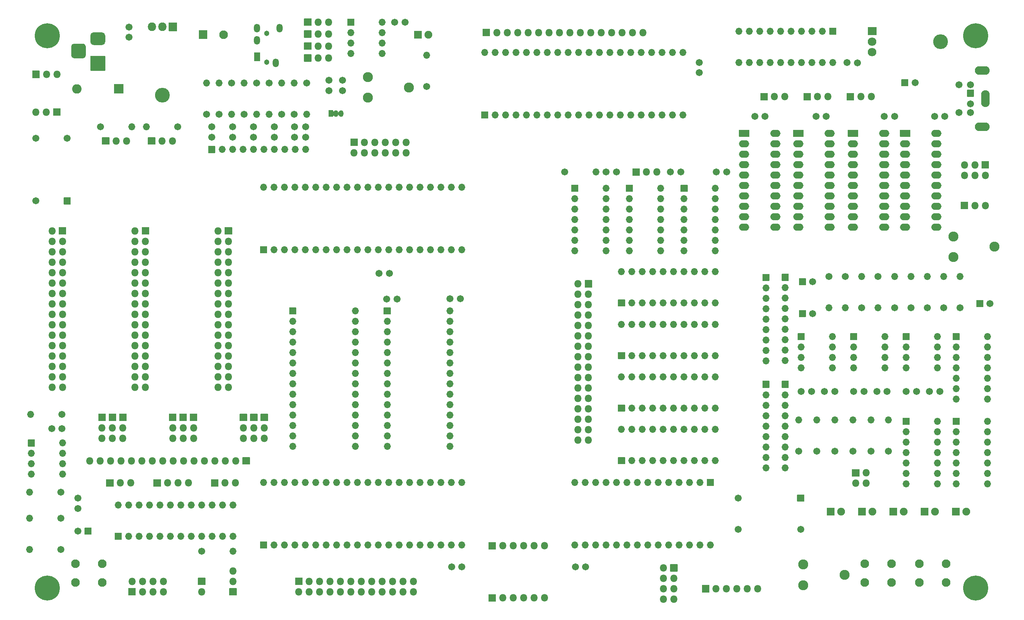
<source format=gbs>
G04 #@! TF.GenerationSoftware,KiCad,Pcbnew,(5.1.9)-1*
G04 #@! TF.CreationDate,2022-12-05T11:23:28+00:00*
G04 #@! TF.ProjectId,AT_65C02_Computer_Rev002,41545f36-3543-4303-925f-436f6d707574,rev?*
G04 #@! TF.SameCoordinates,Original*
G04 #@! TF.FileFunction,Soldermask,Bot*
G04 #@! TF.FilePolarity,Negative*
%FSLAX46Y46*%
G04 Gerber Fmt 4.6, Leading zero omitted, Abs format (unit mm)*
G04 Created by KiCad (PCBNEW (5.1.9)-1) date 2022-12-05 11:23:28*
%MOMM*%
%LPD*%
G01*
G04 APERTURE LIST*
%ADD10O,1.802000X1.802000*%
%ADD11C,1.702000*%
%ADD12C,2.102000*%
%ADD13O,1.702000X1.702000*%
%ADD14C,2.442000*%
%ADD15O,3.602000X3.602000*%
%ADD16O,2.102000X2.007000*%
%ADD17C,1.902000*%
%ADD18C,6.102000*%
%ADD19O,2.102000X4.102000*%
%ADD20O,3.602000X2.102000*%
%ADD21O,2.502000X1.702000*%
%ADD22O,2.007000X2.102000*%
%ADD23O,2.302000X2.302000*%
%ADD24O,1.502000X2.102000*%
%ADD25C,1.302000*%
%ADD26O,1.152000X1.602000*%
%ADD27C,0.100000*%
G04 APERTURE END LIST*
D10*
X21660000Y-136910000D03*
X19120000Y-136910000D03*
X16580000Y-136910000D03*
G36*
G01*
X14890000Y-137811000D02*
X13190000Y-137811000D01*
G75*
G02*
X13139000Y-137760000I0J51000D01*
G01*
X13139000Y-136060000D01*
G75*
G02*
X13190000Y-136009000I51000J0D01*
G01*
X14890000Y-136009000D01*
G75*
G02*
X14941000Y-136060000I0J-51000D01*
G01*
X14941000Y-137760000D01*
G75*
G02*
X14890000Y-137811000I-51000J0D01*
G01*
G37*
D11*
X7220000Y-28265000D03*
X7220000Y-25765000D03*
D12*
X640000Y-156625000D03*
X640000Y-161125000D03*
X-5860000Y-156625000D03*
X-5860000Y-161125000D03*
X206119000Y-156625000D03*
X206119000Y-161125000D03*
X199619000Y-156625000D03*
X199619000Y-161125000D03*
X192879000Y-156625000D03*
X192879000Y-161125000D03*
X186379000Y-156625000D03*
X186379000Y-161125000D03*
D10*
X187930000Y-42760000D03*
X185390000Y-42760000D03*
G36*
G01*
X183700000Y-43661000D02*
X182000000Y-43661000D01*
G75*
G02*
X181949000Y-43610000I0J51000D01*
G01*
X181949000Y-41910000D01*
G75*
G02*
X182000000Y-41859000I51000J0D01*
G01*
X183700000Y-41859000D01*
G75*
G02*
X183751000Y-41910000I0J-51000D01*
G01*
X183751000Y-43610000D01*
G75*
G02*
X183700000Y-43661000I-51000J0D01*
G01*
G37*
X177410000Y-42760000D03*
X174870000Y-42760000D03*
G36*
G01*
X173180000Y-43661000D02*
X171480000Y-43661000D01*
G75*
G02*
X171429000Y-43610000I0J51000D01*
G01*
X171429000Y-41910000D01*
G75*
G02*
X171480000Y-41859000I51000J0D01*
G01*
X173180000Y-41859000D01*
G75*
G02*
X173231000Y-41910000I0J-51000D01*
G01*
X173231000Y-43610000D01*
G75*
G02*
X173180000Y-43661000I-51000J0D01*
G01*
G37*
X166890000Y-42760000D03*
X164350000Y-42760000D03*
G36*
G01*
X162660000Y-43661000D02*
X160960000Y-43661000D01*
G75*
G02*
X160909000Y-43610000I0J51000D01*
G01*
X160909000Y-41910000D01*
G75*
G02*
X160960000Y-41859000I51000J0D01*
G01*
X162660000Y-41859000D01*
G75*
G02*
X162711000Y-41910000I0J-51000D01*
G01*
X162711000Y-43610000D01*
G75*
G02*
X162660000Y-43661000I-51000J0D01*
G01*
G37*
X116520000Y-126460000D03*
X119060000Y-126460000D03*
X116520000Y-123920000D03*
X119060000Y-123920000D03*
X116520000Y-121380000D03*
X119060000Y-121380000D03*
X116520000Y-118840000D03*
X119060000Y-118840000D03*
X116520000Y-116300000D03*
X119060000Y-116300000D03*
X116520000Y-113760000D03*
X119060000Y-113760000D03*
X116520000Y-111220000D03*
X119060000Y-111220000D03*
X116520000Y-108680000D03*
X119060000Y-108680000D03*
X116520000Y-106140000D03*
X119060000Y-106140000D03*
X116520000Y-103600000D03*
X119060000Y-103600000D03*
X116520000Y-101060000D03*
X119060000Y-101060000D03*
X116520000Y-98520000D03*
X119060000Y-98520000D03*
X116520000Y-95980000D03*
X119060000Y-95980000D03*
X116520000Y-93440000D03*
X119060000Y-93440000D03*
X116520000Y-90900000D03*
X119060000Y-90900000D03*
X116520000Y-88360000D03*
G36*
G01*
X118159000Y-89210000D02*
X118159000Y-87510000D01*
G75*
G02*
X118210000Y-87459000I51000J0D01*
G01*
X119910000Y-87459000D01*
G75*
G02*
X119961000Y-87510000I0J-51000D01*
G01*
X119961000Y-89210000D01*
G75*
G02*
X119910000Y-89261000I-51000J0D01*
G01*
X118210000Y-89261000D01*
G75*
G02*
X118159000Y-89210000I0J51000D01*
G01*
G37*
D13*
X127120000Y-98226666D03*
X149980000Y-105846666D03*
X129660000Y-98226666D03*
X147440000Y-105846666D03*
X132200000Y-98226666D03*
X144900000Y-105846666D03*
X134740000Y-98226666D03*
X142360000Y-105846666D03*
X137280000Y-98226666D03*
X139820000Y-105846666D03*
X139820000Y-98226666D03*
X137280000Y-105846666D03*
X142360000Y-98226666D03*
X134740000Y-105846666D03*
X144900000Y-98226666D03*
X132200000Y-105846666D03*
X147440000Y-98226666D03*
X129660000Y-105846666D03*
X149980000Y-98226666D03*
G36*
G01*
X127920000Y-106697666D02*
X126320000Y-106697666D01*
G75*
G02*
X126269000Y-106646666I0J51000D01*
G01*
X126269000Y-105046666D01*
G75*
G02*
X126320000Y-104995666I51000J0D01*
G01*
X127920000Y-104995666D01*
G75*
G02*
X127971000Y-105046666I0J-51000D01*
G01*
X127971000Y-106646666D01*
G75*
G02*
X127920000Y-106697666I-51000J0D01*
G01*
G37*
X127120000Y-85410000D03*
X149980000Y-93030000D03*
X129660000Y-85410000D03*
X147440000Y-93030000D03*
X132200000Y-85410000D03*
X144900000Y-93030000D03*
X134740000Y-85410000D03*
X142360000Y-93030000D03*
X137280000Y-85410000D03*
X139820000Y-93030000D03*
X139820000Y-85410000D03*
X137280000Y-93030000D03*
X142360000Y-85410000D03*
X134740000Y-93030000D03*
X144900000Y-85410000D03*
X132200000Y-93030000D03*
X147440000Y-85410000D03*
X129660000Y-93030000D03*
X149980000Y-85410000D03*
G36*
G01*
X127920000Y-93881000D02*
X126320000Y-93881000D01*
G75*
G02*
X126269000Y-93830000I0J51000D01*
G01*
X126269000Y-92230000D01*
G75*
G02*
X126320000Y-92179000I51000J0D01*
G01*
X127920000Y-92179000D01*
G75*
G02*
X127971000Y-92230000I0J-51000D01*
G01*
X127971000Y-93830000D01*
G75*
G02*
X127920000Y-93881000I-51000J0D01*
G01*
G37*
X127120000Y-111043332D03*
X149980000Y-118663332D03*
X129660000Y-111043332D03*
X147440000Y-118663332D03*
X132200000Y-111043332D03*
X144900000Y-118663332D03*
X134740000Y-111043332D03*
X142360000Y-118663332D03*
X137280000Y-111043332D03*
X139820000Y-118663332D03*
X139820000Y-111043332D03*
X137280000Y-118663332D03*
X142360000Y-111043332D03*
X134740000Y-118663332D03*
X144900000Y-111043332D03*
X132200000Y-118663332D03*
X147440000Y-111043332D03*
X129660000Y-118663332D03*
X149980000Y-111043332D03*
G36*
G01*
X127920000Y-119514332D02*
X126320000Y-119514332D01*
G75*
G02*
X126269000Y-119463332I0J51000D01*
G01*
X126269000Y-117863332D01*
G75*
G02*
X126320000Y-117812332I51000J0D01*
G01*
X127920000Y-117812332D01*
G75*
G02*
X127971000Y-117863332I0J-51000D01*
G01*
X127971000Y-119463332D01*
G75*
G02*
X127920000Y-119514332I-51000J0D01*
G01*
G37*
X127120000Y-123860000D03*
X149980000Y-131480000D03*
X129660000Y-123860000D03*
X147440000Y-131480000D03*
X132200000Y-123860000D03*
X144900000Y-131480000D03*
X134740000Y-123860000D03*
X142360000Y-131480000D03*
X137280000Y-123860000D03*
X139820000Y-131480000D03*
X139820000Y-123860000D03*
X137280000Y-131480000D03*
X142360000Y-123860000D03*
X134740000Y-131480000D03*
X144900000Y-123860000D03*
X132200000Y-131480000D03*
X147440000Y-123860000D03*
X129660000Y-131480000D03*
X149980000Y-123860000D03*
G36*
G01*
X127920000Y-132331000D02*
X126320000Y-132331000D01*
G75*
G02*
X126269000Y-132280000I0J51000D01*
G01*
X126269000Y-130680000D01*
G75*
G02*
X126320000Y-130629000I51000J0D01*
G01*
X127920000Y-130629000D01*
G75*
G02*
X127971000Y-130680000I0J-51000D01*
G01*
X127971000Y-132280000D01*
G75*
G02*
X127920000Y-132331000I-51000J0D01*
G01*
G37*
D14*
X207960000Y-76830000D03*
X217960000Y-79330000D03*
X207960000Y-81830000D03*
D10*
X108330000Y-152210000D03*
X105790000Y-152210000D03*
X103250000Y-152210000D03*
X100710000Y-152210000D03*
X98170000Y-152210000D03*
G36*
G01*
X96480000Y-153111000D02*
X94780000Y-153111000D01*
G75*
G02*
X94729000Y-153060000I0J51000D01*
G01*
X94729000Y-151360000D01*
G75*
G02*
X94780000Y-151309000I51000J0D01*
G01*
X96480000Y-151309000D01*
G75*
G02*
X96531000Y-151360000I0J-51000D01*
G01*
X96531000Y-153060000D01*
G75*
G02*
X96480000Y-153111000I-51000J0D01*
G01*
G37*
G36*
G01*
X96480000Y-165811000D02*
X94780000Y-165811000D01*
G75*
G02*
X94729000Y-165760000I0J51000D01*
G01*
X94729000Y-164060000D01*
G75*
G02*
X94780000Y-164009000I51000J0D01*
G01*
X96480000Y-164009000D01*
G75*
G02*
X96531000Y-164060000I0J-51000D01*
G01*
X96531000Y-165760000D01*
G75*
G02*
X96480000Y-165811000I-51000J0D01*
G01*
G37*
X98170000Y-164910000D03*
X100710000Y-164910000D03*
X103250000Y-164910000D03*
X105790000Y-164910000D03*
X108330000Y-164910000D03*
X137320000Y-165220000D03*
X139860000Y-165220000D03*
X137320000Y-162680000D03*
X139860000Y-162680000D03*
X137320000Y-160140000D03*
X139860000Y-160140000D03*
X137320000Y-157600000D03*
G36*
G01*
X138959000Y-158450000D02*
X138959000Y-156750000D01*
G75*
G02*
X139010000Y-156699000I51000J0D01*
G01*
X140710000Y-156699000D01*
G75*
G02*
X140761000Y-156750000I0J-51000D01*
G01*
X140761000Y-158450000D01*
G75*
G02*
X140710000Y-158501000I-51000J0D01*
G01*
X139010000Y-158501000D01*
G75*
G02*
X138959000Y-158450000I0J51000D01*
G01*
G37*
D15*
X204800000Y-29310000D03*
G36*
G01*
X187140000Y-25766500D02*
X189140000Y-25766500D01*
G75*
G02*
X189191000Y-25817500I0J-51000D01*
G01*
X189191000Y-27722500D01*
G75*
G02*
X189140000Y-27773500I-51000J0D01*
G01*
X187140000Y-27773500D01*
G75*
G02*
X187089000Y-27722500I0J51000D01*
G01*
X187089000Y-25817500D01*
G75*
G02*
X187140000Y-25766500I51000J0D01*
G01*
G37*
D16*
X188140000Y-29310000D03*
X188140000Y-31850000D03*
G36*
G01*
X40780000Y-152861000D02*
X39180000Y-152861000D01*
G75*
G02*
X39129000Y-152810000I0J51000D01*
G01*
X39129000Y-151210000D01*
G75*
G02*
X39180000Y-151159000I51000J0D01*
G01*
X40780000Y-151159000D01*
G75*
G02*
X40831000Y-151210000I0J-51000D01*
G01*
X40831000Y-152810000D01*
G75*
G02*
X40780000Y-152861000I-51000J0D01*
G01*
G37*
D13*
X88240000Y-136770000D03*
X42520000Y-152010000D03*
X85700000Y-136770000D03*
X45060000Y-152010000D03*
X83160000Y-136770000D03*
X47600000Y-152010000D03*
X80620000Y-136770000D03*
X50140000Y-152010000D03*
X78080000Y-136770000D03*
X52680000Y-152010000D03*
X75540000Y-136770000D03*
X55220000Y-152010000D03*
X73000000Y-136770000D03*
X57760000Y-152010000D03*
X70460000Y-136770000D03*
X60300000Y-152010000D03*
X67920000Y-136770000D03*
X62840000Y-152010000D03*
X65380000Y-136770000D03*
X65380000Y-152010000D03*
X62840000Y-136770000D03*
X67920000Y-152010000D03*
X60300000Y-136770000D03*
X70460000Y-152010000D03*
X57760000Y-136770000D03*
X73000000Y-152010000D03*
X55220000Y-136770000D03*
X75540000Y-152010000D03*
X52680000Y-136770000D03*
X78080000Y-152010000D03*
X50140000Y-136770000D03*
X80620000Y-152010000D03*
X47600000Y-136770000D03*
X83160000Y-152010000D03*
X45060000Y-136770000D03*
X85700000Y-152010000D03*
X42520000Y-136770000D03*
X88240000Y-152010000D03*
X39980000Y-136770000D03*
G36*
G01*
X147940000Y-135959000D02*
X149540000Y-135959000D01*
G75*
G02*
X149591000Y-136010000I0J-51000D01*
G01*
X149591000Y-137610000D01*
G75*
G02*
X149540000Y-137661000I-51000J0D01*
G01*
X147940000Y-137661000D01*
G75*
G02*
X147889000Y-137610000I0J51000D01*
G01*
X147889000Y-136010000D01*
G75*
G02*
X147940000Y-135959000I51000J0D01*
G01*
G37*
X115720000Y-152050000D03*
X146200000Y-136810000D03*
X118260000Y-152050000D03*
X143660000Y-136810000D03*
X120800000Y-152050000D03*
X141120000Y-136810000D03*
X123340000Y-152050000D03*
X138580000Y-136810000D03*
X125880000Y-152050000D03*
X136040000Y-136810000D03*
X128420000Y-152050000D03*
X133500000Y-136810000D03*
X130960000Y-152050000D03*
X130960000Y-136810000D03*
X133500000Y-152050000D03*
X128420000Y-136810000D03*
X136040000Y-152050000D03*
X125880000Y-136810000D03*
X138580000Y-152050000D03*
X123340000Y-136810000D03*
X141120000Y-152050000D03*
X120800000Y-136810000D03*
X143660000Y-152050000D03*
X118260000Y-136810000D03*
X146200000Y-152050000D03*
X115720000Y-136810000D03*
X148740000Y-152050000D03*
D10*
X74690000Y-56410000D03*
X74690000Y-53870000D03*
X72150000Y-56410000D03*
X72150000Y-53870000D03*
X69610000Y-56410000D03*
X69610000Y-53870000D03*
X67070000Y-56410000D03*
X67070000Y-53870000D03*
X64530000Y-56410000D03*
X64530000Y-53870000D03*
X61990000Y-56410000D03*
G36*
G01*
X62840000Y-54771000D02*
X61140000Y-54771000D01*
G75*
G02*
X61089000Y-54720000I0J51000D01*
G01*
X61089000Y-53020000D01*
G75*
G02*
X61140000Y-52969000I51000J0D01*
G01*
X62840000Y-52969000D01*
G75*
G02*
X62891000Y-53020000I0J-51000D01*
G01*
X62891000Y-54720000D01*
G75*
G02*
X62840000Y-54771000I-51000J0D01*
G01*
G37*
D13*
X39980000Y-64810000D03*
X88240000Y-80050000D03*
X42520000Y-64810000D03*
X85700000Y-80050000D03*
X45060000Y-64810000D03*
X83160000Y-80050000D03*
X47600000Y-64810000D03*
X80620000Y-80050000D03*
X50140000Y-64810000D03*
X78080000Y-80050000D03*
X52680000Y-64810000D03*
X75540000Y-80050000D03*
X55220000Y-64810000D03*
X73000000Y-80050000D03*
X57760000Y-64810000D03*
X70460000Y-80050000D03*
X60300000Y-64810000D03*
X67920000Y-80050000D03*
X62840000Y-64810000D03*
X65380000Y-80050000D03*
X65380000Y-64810000D03*
X62840000Y-80050000D03*
X67920000Y-64810000D03*
X60300000Y-80050000D03*
X70460000Y-64810000D03*
X57760000Y-80050000D03*
X73000000Y-64810000D03*
X55220000Y-80050000D03*
X75540000Y-64810000D03*
X52680000Y-80050000D03*
X78080000Y-64810000D03*
X50140000Y-80050000D03*
X80620000Y-64810000D03*
X47600000Y-80050000D03*
X83160000Y-64810000D03*
X45060000Y-80050000D03*
X85700000Y-64810000D03*
X42520000Y-80050000D03*
X88240000Y-64810000D03*
G36*
G01*
X40780000Y-80901000D02*
X39180000Y-80901000D01*
G75*
G02*
X39129000Y-80850000I0J51000D01*
G01*
X39129000Y-79250000D01*
G75*
G02*
X39180000Y-79199000I51000J0D01*
G01*
X40780000Y-79199000D01*
G75*
G02*
X40831000Y-79250000I0J-51000D01*
G01*
X40831000Y-80850000D01*
G75*
G02*
X40780000Y-80901000I-51000J0D01*
G01*
G37*
G36*
G01*
X94600000Y-48061000D02*
X93000000Y-48061000D01*
G75*
G02*
X92949000Y-48010000I0J51000D01*
G01*
X92949000Y-46410000D01*
G75*
G02*
X93000000Y-46359000I51000J0D01*
G01*
X94600000Y-46359000D01*
G75*
G02*
X94651000Y-46410000I0J-51000D01*
G01*
X94651000Y-48010000D01*
G75*
G02*
X94600000Y-48061000I-51000J0D01*
G01*
G37*
X142060000Y-31970000D03*
X96340000Y-47210000D03*
X139520000Y-31970000D03*
X98880000Y-47210000D03*
X136980000Y-31970000D03*
X101420000Y-47210000D03*
X134440000Y-31970000D03*
X103960000Y-47210000D03*
X131900000Y-31970000D03*
X106500000Y-47210000D03*
X129360000Y-31970000D03*
X109040000Y-47210000D03*
X126820000Y-31970000D03*
X111580000Y-47210000D03*
X124280000Y-31970000D03*
X114120000Y-47210000D03*
X121740000Y-31970000D03*
X116660000Y-47210000D03*
X119200000Y-31970000D03*
X119200000Y-47210000D03*
X116660000Y-31970000D03*
X121740000Y-47210000D03*
X114120000Y-31970000D03*
X124280000Y-47210000D03*
X111580000Y-31970000D03*
X126820000Y-47210000D03*
X109040000Y-31970000D03*
X129360000Y-47210000D03*
X106500000Y-31970000D03*
X131900000Y-47210000D03*
X103960000Y-31970000D03*
X134440000Y-47210000D03*
X101420000Y-31970000D03*
X136980000Y-47210000D03*
X98880000Y-31970000D03*
X139520000Y-47210000D03*
X96340000Y-31970000D03*
X142060000Y-47210000D03*
X93800000Y-31970000D03*
D17*
X80090000Y-27630000D03*
G36*
G01*
X76599000Y-28530000D02*
X76599000Y-26730000D01*
G75*
G02*
X76650000Y-26679000I51000J0D01*
G01*
X78450000Y-26679000D01*
G75*
G02*
X78501000Y-26730000I0J-51000D01*
G01*
X78501000Y-28530000D01*
G75*
G02*
X78450000Y-28581000I-51000J0D01*
G01*
X76650000Y-28581000D01*
G75*
G02*
X76599000Y-28530000I0J51000D01*
G01*
G37*
D11*
X118380000Y-157340000D03*
X115880000Y-157340000D03*
D10*
X160310000Y-162680000D03*
X157770000Y-162680000D03*
X155230000Y-162680000D03*
X152690000Y-162680000D03*
X150150000Y-162680000D03*
G36*
G01*
X148460000Y-163581000D02*
X146760000Y-163581000D01*
G75*
G02*
X146709000Y-163530000I0J51000D01*
G01*
X146709000Y-161830000D01*
G75*
G02*
X146760000Y-161779000I51000J0D01*
G01*
X148460000Y-161779000D01*
G75*
G02*
X148511000Y-161830000I0J-51000D01*
G01*
X148511000Y-163530000D01*
G75*
G02*
X148460000Y-163581000I-51000J0D01*
G01*
G37*
D14*
X65320000Y-37990000D03*
X75320000Y-40490000D03*
X65320000Y-42990000D03*
G36*
G01*
X177790000Y-25919000D02*
X179390000Y-25919000D01*
G75*
G02*
X179441000Y-25970000I0J-51000D01*
G01*
X179441000Y-27570000D01*
G75*
G02*
X179390000Y-27621000I-51000J0D01*
G01*
X177790000Y-27621000D01*
G75*
G02*
X177739000Y-27570000I0J51000D01*
G01*
X177739000Y-25970000D01*
G75*
G02*
X177790000Y-25919000I51000J0D01*
G01*
G37*
D13*
X155730000Y-34390000D03*
X176050000Y-26770000D03*
X158270000Y-34390000D03*
X173510000Y-26770000D03*
X160810000Y-34390000D03*
X170970000Y-26770000D03*
X163350000Y-34390000D03*
X168430000Y-26770000D03*
X165890000Y-34390000D03*
X165890000Y-26770000D03*
X168430000Y-34390000D03*
X163350000Y-26770000D03*
X170970000Y-34390000D03*
X160810000Y-26770000D03*
X173510000Y-34390000D03*
X158270000Y-26770000D03*
X176050000Y-34390000D03*
X155730000Y-26770000D03*
X178590000Y-34390000D03*
D11*
X141560000Y-61110000D03*
X139060000Y-61110000D03*
D18*
X-12700000Y-162560000D03*
X-12700000Y-27940000D03*
X213360000Y-27940000D03*
X213360000Y-162560000D03*
D10*
X132300000Y-27110000D03*
X129760000Y-27110000D03*
X127220000Y-27110000D03*
X124680000Y-27110000D03*
X122140000Y-27110000D03*
X119600000Y-27110000D03*
X117060000Y-27110000D03*
X114520000Y-27110000D03*
X111980000Y-27110000D03*
X109440000Y-27110000D03*
X106900000Y-27110000D03*
X104360000Y-27110000D03*
X101820000Y-27110000D03*
X99280000Y-27110000D03*
X96740000Y-27110000D03*
G36*
G01*
X95050000Y-28011000D02*
X93350000Y-28011000D01*
G75*
G02*
X93299000Y-27960000I0J51000D01*
G01*
X93299000Y-26260000D01*
G75*
G02*
X93350000Y-26209000I51000J0D01*
G01*
X95050000Y-26209000D01*
G75*
G02*
X95101000Y-26260000I0J-51000D01*
G01*
X95101000Y-27960000D01*
G75*
G02*
X95050000Y-28011000I-51000J0D01*
G01*
G37*
D11*
X70572000Y-85852000D03*
X68072000Y-85852000D03*
X-5270000Y-140620000D03*
X-5270000Y-143120000D03*
X69970000Y-92060000D03*
X72470000Y-92060000D03*
X-9110000Y-123640000D03*
X-11610000Y-123640000D03*
X85350000Y-92020000D03*
X87850000Y-92020000D03*
X182030000Y-34390000D03*
X184530000Y-34520000D03*
G36*
G01*
X-1919000Y-147860000D02*
X-1919000Y-149460000D01*
G75*
G02*
X-1970000Y-149511000I-51000J0D01*
G01*
X-3570000Y-149511000D01*
G75*
G02*
X-3621000Y-149460000I0J51000D01*
G01*
X-3621000Y-147860000D01*
G75*
G02*
X-3570000Y-147809000I51000J0D01*
G01*
X-1970000Y-147809000D01*
G75*
G02*
X-1919000Y-147860000I0J-51000D01*
G01*
G37*
X-5270000Y-148660000D03*
X125860000Y-61110000D03*
X123360000Y-61110000D03*
X88240000Y-157340000D03*
X85740000Y-157340000D03*
X146010000Y-36910000D03*
X146010000Y-34410000D03*
X152730000Y-61110000D03*
X150230000Y-61110000D03*
G36*
G01*
X-9921000Y-76310000D02*
X-9921000Y-74610000D01*
G75*
G02*
X-9870000Y-74559000I51000J0D01*
G01*
X-8170000Y-74559000D01*
G75*
G02*
X-8119000Y-74610000I0J-51000D01*
G01*
X-8119000Y-76310000D01*
G75*
G02*
X-8170000Y-76361000I-51000J0D01*
G01*
X-9870000Y-76361000D01*
G75*
G02*
X-9921000Y-76310000I0J51000D01*
G01*
G37*
D10*
X-11560000Y-75460000D03*
X-9020000Y-78000000D03*
X-11560000Y-78000000D03*
X-9020000Y-80540000D03*
X-11560000Y-80540000D03*
X-9020000Y-83080000D03*
X-11560000Y-83080000D03*
X-9020000Y-85620000D03*
X-11560000Y-85620000D03*
X-9020000Y-88160000D03*
X-11560000Y-88160000D03*
X-9020000Y-90700000D03*
X-11560000Y-90700000D03*
X-9020000Y-93240000D03*
X-11560000Y-93240000D03*
X-9020000Y-95780000D03*
X-11560000Y-95780000D03*
X-9020000Y-98320000D03*
X-11560000Y-98320000D03*
X-9020000Y-100860000D03*
X-11560000Y-100860000D03*
X-9020000Y-103400000D03*
X-11560000Y-103400000D03*
X-9020000Y-105940000D03*
X-11560000Y-105940000D03*
X-9020000Y-108480000D03*
X-11560000Y-108480000D03*
X-9020000Y-111020000D03*
X-11560000Y-111020000D03*
X-9020000Y-113560000D03*
X-11560000Y-113560000D03*
D19*
X215740000Y-43210000D03*
D11*
X209290000Y-46610000D03*
X209290000Y-39810000D03*
X212090000Y-46610000D03*
X212090000Y-39810000D03*
X212090000Y-44510000D03*
G36*
G01*
X212890000Y-42761000D02*
X211290000Y-42761000D01*
G75*
G02*
X211239000Y-42710000I0J51000D01*
G01*
X211239000Y-41110000D01*
G75*
G02*
X211290000Y-41059000I51000J0D01*
G01*
X212890000Y-41059000D01*
G75*
G02*
X212941000Y-41110000I0J-51000D01*
G01*
X212941000Y-42710000D01*
G75*
G02*
X212890000Y-42761000I-51000J0D01*
G01*
G37*
D20*
X214940000Y-36360000D03*
X214940000Y-50060000D03*
D13*
X7859000Y-50090000D03*
D11*
X239000Y-50090000D03*
X19035000Y-50090000D03*
D13*
X11415000Y-50090000D03*
D11*
X-9390000Y-139180000D03*
D13*
X-17010000Y-139180000D03*
D11*
X-9130000Y-120210000D03*
D13*
X-16750000Y-120210000D03*
X-17000000Y-145530000D03*
D11*
X-9380000Y-145530000D03*
D13*
X-17000000Y-153110000D03*
D11*
X-9380000Y-153110000D03*
G36*
G01*
X69209000Y-95790000D02*
X69209000Y-94190000D01*
G75*
G02*
X69260000Y-94139000I51000J0D01*
G01*
X70860000Y-94139000D01*
G75*
G02*
X70911000Y-94190000I0J-51000D01*
G01*
X70911000Y-95790000D01*
G75*
G02*
X70860000Y-95841000I-51000J0D01*
G01*
X69260000Y-95841000D01*
G75*
G02*
X69209000Y-95790000I0J51000D01*
G01*
G37*
D13*
X85300000Y-128010000D03*
X70060000Y-97530000D03*
X85300000Y-125470000D03*
X70060000Y-100070000D03*
X85300000Y-122930000D03*
X70060000Y-102610000D03*
X85300000Y-120390000D03*
X70060000Y-105150000D03*
X85300000Y-117850000D03*
X70060000Y-107690000D03*
X85300000Y-115310000D03*
X70060000Y-110230000D03*
X85300000Y-112770000D03*
X70060000Y-112770000D03*
X85300000Y-110230000D03*
X70060000Y-115310000D03*
X85300000Y-107690000D03*
X70060000Y-117850000D03*
X85300000Y-105150000D03*
X70060000Y-120390000D03*
X85300000Y-102610000D03*
X70060000Y-122930000D03*
X85300000Y-100070000D03*
X70060000Y-125470000D03*
X85300000Y-97530000D03*
X70060000Y-128010000D03*
X85300000Y-94990000D03*
X136660000Y-65080000D03*
X129040000Y-80320000D03*
X136660000Y-67620000D03*
X129040000Y-77780000D03*
X136660000Y-70160000D03*
X129040000Y-75240000D03*
X136660000Y-72700000D03*
X129040000Y-72700000D03*
X136660000Y-75240000D03*
X129040000Y-70160000D03*
X136660000Y-77780000D03*
X129040000Y-67620000D03*
X136660000Y-80320000D03*
G36*
G01*
X128189000Y-65880000D02*
X128189000Y-64280000D01*
G75*
G02*
X128240000Y-64229000I51000J0D01*
G01*
X129840000Y-64229000D01*
G75*
G02*
X129891000Y-64280000I0J-51000D01*
G01*
X129891000Y-65880000D01*
G75*
G02*
X129840000Y-65931000I-51000J0D01*
G01*
X128240000Y-65931000D01*
G75*
G02*
X128189000Y-65880000I0J51000D01*
G01*
G37*
X149980000Y-65080000D03*
X142360000Y-80320000D03*
X149980000Y-67620000D03*
X142360000Y-77780000D03*
X149980000Y-70160000D03*
X142360000Y-75240000D03*
X149980000Y-72700000D03*
X142360000Y-72700000D03*
X149980000Y-75240000D03*
X142360000Y-70160000D03*
X149980000Y-77780000D03*
X142360000Y-67620000D03*
X149980000Y-80320000D03*
G36*
G01*
X141509000Y-65880000D02*
X141509000Y-64280000D01*
G75*
G02*
X141560000Y-64229000I51000J0D01*
G01*
X143160000Y-64229000D01*
G75*
G02*
X143211000Y-64280000I0J-51000D01*
G01*
X143211000Y-65880000D01*
G75*
G02*
X143160000Y-65931000I-51000J0D01*
G01*
X141560000Y-65931000D01*
G75*
G02*
X141509000Y-65880000I0J51000D01*
G01*
G37*
G36*
G01*
X-17431000Y-127970000D02*
X-17431000Y-126370000D01*
G75*
G02*
X-17380000Y-126319000I51000J0D01*
G01*
X-15780000Y-126319000D01*
G75*
G02*
X-15729000Y-126370000I0J-51000D01*
G01*
X-15729000Y-127970000D01*
G75*
G02*
X-15780000Y-128021000I-51000J0D01*
G01*
X-17380000Y-128021000D01*
G75*
G02*
X-17431000Y-127970000I0J51000D01*
G01*
G37*
X-8960000Y-134790000D03*
X-16580000Y-129710000D03*
X-8960000Y-132250000D03*
X-16580000Y-132250000D03*
X-8960000Y-129710000D03*
X-16580000Y-134790000D03*
X-8960000Y-127170000D03*
G36*
G01*
X114869000Y-65880000D02*
X114869000Y-64280000D01*
G75*
G02*
X114920000Y-64229000I51000J0D01*
G01*
X116520000Y-64229000D01*
G75*
G02*
X116571000Y-64280000I0J-51000D01*
G01*
X116571000Y-65880000D01*
G75*
G02*
X116520000Y-65931000I-51000J0D01*
G01*
X114920000Y-65931000D01*
G75*
G02*
X114869000Y-65880000I0J51000D01*
G01*
G37*
X123340000Y-80320000D03*
X115720000Y-67620000D03*
X123340000Y-77780000D03*
X115720000Y-70160000D03*
X123340000Y-75240000D03*
X115720000Y-72700000D03*
X123340000Y-72700000D03*
X115720000Y-75240000D03*
X123340000Y-70160000D03*
X115720000Y-77780000D03*
X123340000Y-67620000D03*
X115720000Y-80320000D03*
X123340000Y-65080000D03*
G36*
G01*
X-7050000Y-69011000D02*
X-8650000Y-69011000D01*
G75*
G02*
X-8701000Y-68960000I0J51000D01*
G01*
X-8701000Y-67360000D01*
G75*
G02*
X-8650000Y-67309000I51000J0D01*
G01*
X-7050000Y-67309000D01*
G75*
G02*
X-6999000Y-67360000I0J-51000D01*
G01*
X-6999000Y-68960000D01*
G75*
G02*
X-7050000Y-69011000I-51000J0D01*
G01*
G37*
D11*
X-15470000Y-68160000D03*
X-15470000Y-52920000D03*
X-7850000Y-52920000D03*
G36*
G01*
X171581000Y-139790000D02*
X171581000Y-141390000D01*
G75*
G02*
X171530000Y-141441000I-51000J0D01*
G01*
X169930000Y-141441000D01*
G75*
G02*
X169879000Y-141390000I0J51000D01*
G01*
X169879000Y-139790000D01*
G75*
G02*
X169930000Y-139739000I51000J0D01*
G01*
X171530000Y-139739000D01*
G75*
G02*
X171581000Y-139790000I0J-51000D01*
G01*
G37*
X170730000Y-148210000D03*
X155490000Y-148210000D03*
X155490000Y-140590000D03*
G36*
G01*
X-11240000Y-45589000D02*
X-9540000Y-45589000D01*
G75*
G02*
X-9489000Y-45640000I0J-51000D01*
G01*
X-9489000Y-47340000D01*
G75*
G02*
X-9540000Y-47391000I-51000J0D01*
G01*
X-11240000Y-47391000D01*
G75*
G02*
X-11291000Y-47340000I0J51000D01*
G01*
X-11291000Y-45640000D01*
G75*
G02*
X-11240000Y-45589000I51000J0D01*
G01*
G37*
D10*
X-12930000Y-46490000D03*
X-15470000Y-46490000D03*
X210630000Y-61900000D03*
X210630000Y-59360000D03*
X213170000Y-61900000D03*
X213170000Y-59360000D03*
X215710000Y-61900000D03*
G36*
G01*
X214860000Y-58459000D02*
X216560000Y-58459000D01*
G75*
G02*
X216611000Y-58510000I0J-51000D01*
G01*
X216611000Y-60210000D01*
G75*
G02*
X216560000Y-60261000I-51000J0D01*
G01*
X214860000Y-60261000D01*
G75*
G02*
X214809000Y-60210000I0J51000D01*
G01*
X214809000Y-58510000D01*
G75*
G02*
X214860000Y-58459000I51000J0D01*
G01*
G37*
D13*
X204064000Y-101245000D03*
X196444000Y-108865000D03*
X204064000Y-103785000D03*
X196444000Y-106325000D03*
X204064000Y-106325000D03*
X196444000Y-103785000D03*
X204064000Y-108865000D03*
G36*
G01*
X195593000Y-102045000D02*
X195593000Y-100445000D01*
G75*
G02*
X195644000Y-100394000I51000J0D01*
G01*
X197244000Y-100394000D01*
G75*
G02*
X197295000Y-100445000I0J-51000D01*
G01*
X197295000Y-102045000D01*
G75*
G02*
X197244000Y-102096000I-51000J0D01*
G01*
X195644000Y-102096000D01*
G75*
G02*
X195593000Y-102045000I0J51000D01*
G01*
G37*
D17*
X211089000Y-143915000D03*
G36*
G01*
X207598000Y-144815000D02*
X207598000Y-143015000D01*
G75*
G02*
X207649000Y-142964000I51000J0D01*
G01*
X209449000Y-142964000D01*
G75*
G02*
X209500000Y-143015000I0J-51000D01*
G01*
X209500000Y-144815000D01*
G75*
G02*
X209449000Y-144866000I-51000J0D01*
G01*
X207649000Y-144866000D01*
G75*
G02*
X207598000Y-144815000I0J51000D01*
G01*
G37*
X203469000Y-143915000D03*
G36*
G01*
X199978000Y-144815000D02*
X199978000Y-143015000D01*
G75*
G02*
X200029000Y-142964000I51000J0D01*
G01*
X201829000Y-142964000D01*
G75*
G02*
X201880000Y-143015000I0J-51000D01*
G01*
X201880000Y-144815000D01*
G75*
G02*
X201829000Y-144866000I-51000J0D01*
G01*
X200029000Y-144866000D01*
G75*
G02*
X199978000Y-144815000I0J51000D01*
G01*
G37*
X188229000Y-143915000D03*
G36*
G01*
X184738000Y-144815000D02*
X184738000Y-143015000D01*
G75*
G02*
X184789000Y-142964000I51000J0D01*
G01*
X186589000Y-142964000D01*
G75*
G02*
X186640000Y-143015000I0J-51000D01*
G01*
X186640000Y-144815000D01*
G75*
G02*
X186589000Y-144866000I-51000J0D01*
G01*
X184789000Y-144866000D01*
G75*
G02*
X184738000Y-144815000I0J51000D01*
G01*
G37*
X195849000Y-143915000D03*
G36*
G01*
X192358000Y-144815000D02*
X192358000Y-143015000D01*
G75*
G02*
X192409000Y-142964000I51000J0D01*
G01*
X194209000Y-142964000D01*
G75*
G02*
X194260000Y-143015000I0J-51000D01*
G01*
X194260000Y-144815000D01*
G75*
G02*
X194209000Y-144866000I-51000J0D01*
G01*
X192409000Y-144866000D01*
G75*
G02*
X192358000Y-144815000I0J51000D01*
G01*
G37*
X180609000Y-143915000D03*
G36*
G01*
X177118000Y-144815000D02*
X177118000Y-143015000D01*
G75*
G02*
X177169000Y-142964000I51000J0D01*
G01*
X178969000Y-142964000D01*
G75*
G02*
X179020000Y-143015000I0J-51000D01*
G01*
X179020000Y-144815000D01*
G75*
G02*
X178969000Y-144866000I-51000J0D01*
G01*
X177169000Y-144866000D01*
G75*
G02*
X177118000Y-144815000I0J51000D01*
G01*
G37*
D14*
X171394000Y-161805000D03*
X181394000Y-159305000D03*
X171394000Y-156805000D03*
D13*
X187849000Y-121565000D03*
D11*
X187849000Y-129185000D03*
G36*
G01*
X170303000Y-96420000D02*
X170303000Y-94820000D01*
G75*
G02*
X170354000Y-94769000I51000J0D01*
G01*
X171954000Y-94769000D01*
G75*
G02*
X172005000Y-94820000I0J-51000D01*
G01*
X172005000Y-96420000D01*
G75*
G02*
X171954000Y-96471000I-51000J0D01*
G01*
X170354000Y-96471000D01*
G75*
G02*
X170303000Y-96420000I0J51000D01*
G01*
G37*
X173654000Y-95620000D03*
X173654000Y-87865000D03*
G36*
G01*
X170303000Y-88665000D02*
X170303000Y-87065000D01*
G75*
G02*
X170354000Y-87014000I51000J0D01*
G01*
X171954000Y-87014000D01*
G75*
G02*
X172005000Y-87065000I0J-51000D01*
G01*
X172005000Y-88665000D01*
G75*
G02*
X171954000Y-88716000I-51000J0D01*
G01*
X170354000Y-88716000D01*
G75*
G02*
X170303000Y-88665000I0J51000D01*
G01*
G37*
X177649000Y-86555000D03*
D13*
X177649000Y-94175000D03*
X181634000Y-94175000D03*
D11*
X181634000Y-86555000D03*
D13*
X170289000Y-121565000D03*
D11*
X170289000Y-129185000D03*
X197574000Y-94175000D03*
D13*
X197574000Y-86555000D03*
D11*
X209529000Y-94175000D03*
D13*
X209529000Y-86555000D03*
X183459000Y-121565000D03*
D11*
X183459000Y-129185000D03*
D13*
X205544000Y-86555000D03*
D11*
X205544000Y-94175000D03*
X189604000Y-86555000D03*
D13*
X189604000Y-94175000D03*
D11*
X185619000Y-94175000D03*
D13*
X185619000Y-86555000D03*
X174679000Y-121565000D03*
D11*
X174679000Y-129185000D03*
X201559000Y-94175000D03*
D13*
X201559000Y-86555000D03*
D11*
X193589000Y-94175000D03*
D13*
X193589000Y-86555000D03*
X179069000Y-121565000D03*
D11*
X179069000Y-129185000D03*
G36*
G01*
X207743000Y-122675000D02*
X207743000Y-121075000D01*
G75*
G02*
X207794000Y-121024000I51000J0D01*
G01*
X209394000Y-121024000D01*
G75*
G02*
X209445000Y-121075000I0J-51000D01*
G01*
X209445000Y-122675000D01*
G75*
G02*
X209394000Y-122726000I-51000J0D01*
G01*
X207794000Y-122726000D01*
G75*
G02*
X207743000Y-122675000I0J51000D01*
G01*
G37*
D13*
X216214000Y-137115000D03*
X208594000Y-124415000D03*
X216214000Y-134575000D03*
X208594000Y-126955000D03*
X216214000Y-132035000D03*
X208594000Y-129495000D03*
X216214000Y-129495000D03*
X208594000Y-132035000D03*
X216214000Y-126955000D03*
X208594000Y-134575000D03*
X216214000Y-124415000D03*
X208594000Y-137115000D03*
X216214000Y-121875000D03*
G36*
G01*
X170033000Y-102045000D02*
X170033000Y-100445000D01*
G75*
G02*
X170084000Y-100394000I51000J0D01*
G01*
X171684000Y-100394000D01*
G75*
G02*
X171735000Y-100445000I0J-51000D01*
G01*
X171735000Y-102045000D01*
G75*
G02*
X171684000Y-102096000I-51000J0D01*
G01*
X170084000Y-102096000D01*
G75*
G02*
X170033000Y-102045000I0J51000D01*
G01*
G37*
X178504000Y-108865000D03*
X170884000Y-103785000D03*
X178504000Y-106325000D03*
X170884000Y-106325000D03*
X178504000Y-103785000D03*
X170884000Y-108865000D03*
X178504000Y-101245000D03*
X204064000Y-121875000D03*
X196444000Y-137115000D03*
X204064000Y-124415000D03*
X196444000Y-134575000D03*
X204064000Y-126955000D03*
X196444000Y-132035000D03*
X204064000Y-129495000D03*
X196444000Y-129495000D03*
X204064000Y-132035000D03*
X196444000Y-126955000D03*
X204064000Y-134575000D03*
X196444000Y-124415000D03*
X204064000Y-137115000D03*
G36*
G01*
X195593000Y-122675000D02*
X195593000Y-121075000D01*
G75*
G02*
X195644000Y-121024000I51000J0D01*
G01*
X197244000Y-121024000D01*
G75*
G02*
X197295000Y-121075000I0J-51000D01*
G01*
X197295000Y-122675000D01*
G75*
G02*
X197244000Y-122726000I-51000J0D01*
G01*
X195644000Y-122726000D01*
G75*
G02*
X195593000Y-122675000I0J51000D01*
G01*
G37*
G36*
G01*
X207743000Y-102045000D02*
X207743000Y-100445000D01*
G75*
G02*
X207794000Y-100394000I51000J0D01*
G01*
X209394000Y-100394000D01*
G75*
G02*
X209445000Y-100445000I0J-51000D01*
G01*
X209445000Y-102045000D01*
G75*
G02*
X209394000Y-102096000I-51000J0D01*
G01*
X207794000Y-102096000D01*
G75*
G02*
X207743000Y-102045000I0J51000D01*
G01*
G37*
X216214000Y-116485000D03*
X208594000Y-103785000D03*
X216214000Y-113945000D03*
X208594000Y-106325000D03*
X216214000Y-111405000D03*
X208594000Y-108865000D03*
X216214000Y-108865000D03*
X208594000Y-111405000D03*
X216214000Y-106325000D03*
X208594000Y-113945000D03*
X216214000Y-103785000D03*
X208594000Y-116485000D03*
X216214000Y-101245000D03*
X191284000Y-101245000D03*
X183664000Y-108865000D03*
X191284000Y-103785000D03*
X183664000Y-106325000D03*
X191284000Y-106325000D03*
X183664000Y-103785000D03*
X191284000Y-108865000D03*
G36*
G01*
X182813000Y-102045000D02*
X182813000Y-100445000D01*
G75*
G02*
X182864000Y-100394000I51000J0D01*
G01*
X184464000Y-100394000D01*
G75*
G02*
X184515000Y-100445000I0J-51000D01*
G01*
X184515000Y-102045000D01*
G75*
G02*
X184464000Y-102096000I-51000J0D01*
G01*
X182864000Y-102096000D01*
G75*
G02*
X182813000Y-102045000I0J51000D01*
G01*
G37*
D11*
X183664000Y-114580000D03*
X186164000Y-114580000D03*
X173384000Y-114580000D03*
X170884000Y-114580000D03*
X192104000Y-129185000D03*
D13*
X192104000Y-121565000D03*
G36*
G01*
X213513000Y-93960000D02*
X213513000Y-92360000D01*
G75*
G02*
X213564000Y-92309000I51000J0D01*
G01*
X215164000Y-92309000D01*
G75*
G02*
X215215000Y-92360000I0J-51000D01*
G01*
X215215000Y-93960000D01*
G75*
G02*
X215164000Y-94011000I-51000J0D01*
G01*
X213564000Y-94011000D01*
G75*
G02*
X213513000Y-93960000I0J51000D01*
G01*
G37*
D11*
X216864000Y-93160000D03*
D13*
X166973000Y-107105000D03*
X166973000Y-104565000D03*
X166973000Y-102025000D03*
X166973000Y-99485000D03*
X166973000Y-96945000D03*
X166973000Y-94405000D03*
X166973000Y-91865000D03*
X166973000Y-89325000D03*
G36*
G01*
X166173000Y-85934000D02*
X167773000Y-85934000D01*
G75*
G02*
X167824000Y-85985000I0J-51000D01*
G01*
X167824000Y-87585000D01*
G75*
G02*
X167773000Y-87636000I-51000J0D01*
G01*
X166173000Y-87636000D01*
G75*
G02*
X166122000Y-87585000I0J51000D01*
G01*
X166122000Y-85985000D01*
G75*
G02*
X166173000Y-85934000I51000J0D01*
G01*
G37*
D21*
X164597000Y-51683000D03*
X156977000Y-74543000D03*
X164597000Y-54223000D03*
X156977000Y-72003000D03*
X164597000Y-56763000D03*
X156977000Y-69463000D03*
X164597000Y-59303000D03*
X156977000Y-66923000D03*
X164597000Y-61843000D03*
X156977000Y-64383000D03*
X164597000Y-64383000D03*
X156977000Y-61843000D03*
X164597000Y-66923000D03*
X156977000Y-59303000D03*
X164597000Y-69463000D03*
X156977000Y-56763000D03*
X164597000Y-72003000D03*
X156977000Y-54223000D03*
X164597000Y-74543000D03*
G36*
G01*
X155726000Y-52483000D02*
X155726000Y-50883000D01*
G75*
G02*
X155777000Y-50832000I51000J0D01*
G01*
X158177000Y-50832000D01*
G75*
G02*
X158228000Y-50883000I0J-51000D01*
G01*
X158228000Y-52483000D01*
G75*
G02*
X158177000Y-52534000I-51000J0D01*
G01*
X155777000Y-52534000D01*
G75*
G02*
X155726000Y-52483000I0J51000D01*
G01*
G37*
X177803000Y-51683000D03*
X170183000Y-74543000D03*
X177803000Y-54223000D03*
X170183000Y-72003000D03*
X177803000Y-56763000D03*
X170183000Y-69463000D03*
X177803000Y-59303000D03*
X170183000Y-66923000D03*
X177803000Y-61843000D03*
X170183000Y-64383000D03*
X177803000Y-64383000D03*
X170183000Y-61843000D03*
X177803000Y-66923000D03*
X170183000Y-59303000D03*
X177803000Y-69463000D03*
X170183000Y-56763000D03*
X177803000Y-72003000D03*
X170183000Y-54223000D03*
X177803000Y-74543000D03*
G36*
G01*
X168932000Y-52483000D02*
X168932000Y-50883000D01*
G75*
G02*
X168983000Y-50832000I51000J0D01*
G01*
X171383000Y-50832000D01*
G75*
G02*
X171434000Y-50883000I0J-51000D01*
G01*
X171434000Y-52483000D01*
G75*
G02*
X171383000Y-52534000I-51000J0D01*
G01*
X168983000Y-52534000D01*
G75*
G02*
X168932000Y-52483000I0J51000D01*
G01*
G37*
X191110000Y-51683000D03*
X183490000Y-74543000D03*
X191110000Y-54223000D03*
X183490000Y-72003000D03*
X191110000Y-56763000D03*
X183490000Y-69463000D03*
X191110000Y-59303000D03*
X183490000Y-66923000D03*
X191110000Y-61843000D03*
X183490000Y-64383000D03*
X191110000Y-64383000D03*
X183490000Y-61843000D03*
X191110000Y-66923000D03*
X183490000Y-59303000D03*
X191110000Y-69463000D03*
X183490000Y-56763000D03*
X191110000Y-72003000D03*
X183490000Y-54223000D03*
X191110000Y-74543000D03*
G36*
G01*
X182239000Y-52483000D02*
X182239000Y-50883000D01*
G75*
G02*
X182290000Y-50832000I51000J0D01*
G01*
X184690000Y-50832000D01*
G75*
G02*
X184741000Y-50883000I0J-51000D01*
G01*
X184741000Y-52483000D01*
G75*
G02*
X184690000Y-52534000I-51000J0D01*
G01*
X182290000Y-52534000D01*
G75*
G02*
X182239000Y-52483000I0J51000D01*
G01*
G37*
G36*
G01*
X194932000Y-52483000D02*
X194932000Y-50883000D01*
G75*
G02*
X194983000Y-50832000I51000J0D01*
G01*
X197383000Y-50832000D01*
G75*
G02*
X197434000Y-50883000I0J-51000D01*
G01*
X197434000Y-52483000D01*
G75*
G02*
X197383000Y-52534000I-51000J0D01*
G01*
X194983000Y-52534000D01*
G75*
G02*
X194932000Y-52483000I0J51000D01*
G01*
G37*
X203803000Y-74543000D03*
X196183000Y-54223000D03*
X203803000Y-72003000D03*
X196183000Y-56763000D03*
X203803000Y-69463000D03*
X196183000Y-59303000D03*
X203803000Y-66923000D03*
X196183000Y-61843000D03*
X203803000Y-64383000D03*
X196183000Y-64383000D03*
X203803000Y-61843000D03*
X196183000Y-66923000D03*
X203803000Y-59303000D03*
X196183000Y-69463000D03*
X203803000Y-56763000D03*
X196183000Y-72003000D03*
X203803000Y-54223000D03*
X196183000Y-74543000D03*
X203803000Y-51683000D03*
D13*
X162273000Y-107125000D03*
X162273000Y-104585000D03*
X162273000Y-102045000D03*
X162273000Y-99505000D03*
X162273000Y-96965000D03*
X162273000Y-94425000D03*
X162273000Y-91885000D03*
X162273000Y-89345000D03*
G36*
G01*
X161473000Y-85954000D02*
X163073000Y-85954000D01*
G75*
G02*
X163124000Y-86005000I0J-51000D01*
G01*
X163124000Y-87605000D01*
G75*
G02*
X163073000Y-87656000I-51000J0D01*
G01*
X161473000Y-87656000D01*
G75*
G02*
X161422000Y-87605000I0J51000D01*
G01*
X161422000Y-86005000D01*
G75*
G02*
X161473000Y-85954000I51000J0D01*
G01*
G37*
G36*
G01*
X166173000Y-112014000D02*
X167773000Y-112014000D01*
G75*
G02*
X167824000Y-112065000I0J-51000D01*
G01*
X167824000Y-113665000D01*
G75*
G02*
X167773000Y-113716000I-51000J0D01*
G01*
X166173000Y-113716000D01*
G75*
G02*
X166122000Y-113665000I0J51000D01*
G01*
X166122000Y-112065000D01*
G75*
G02*
X166173000Y-112014000I51000J0D01*
G01*
G37*
X166973000Y-115405000D03*
X166973000Y-117945000D03*
X166973000Y-120485000D03*
X166973000Y-123025000D03*
X166973000Y-125565000D03*
X166973000Y-128105000D03*
X166973000Y-130645000D03*
X166973000Y-133185000D03*
G36*
G01*
X161473000Y-112014000D02*
X163073000Y-112014000D01*
G75*
G02*
X163124000Y-112065000I0J-51000D01*
G01*
X163124000Y-113665000D01*
G75*
G02*
X163073000Y-113716000I-51000J0D01*
G01*
X161473000Y-113716000D01*
G75*
G02*
X161422000Y-113665000I0J51000D01*
G01*
X161422000Y-112065000D01*
G75*
G02*
X161473000Y-112014000I51000J0D01*
G01*
G37*
X162273000Y-115405000D03*
X162273000Y-117945000D03*
X162273000Y-120485000D03*
X162273000Y-123025000D03*
X162273000Y-125565000D03*
X162273000Y-128105000D03*
X162273000Y-130645000D03*
X162273000Y-133185000D03*
D10*
X-10365000Y-37310000D03*
X-12905000Y-37310000D03*
G36*
G01*
X-14620000Y-38211000D02*
X-16320000Y-38211000D01*
G75*
G02*
X-16371000Y-38160000I0J51000D01*
G01*
X-16371000Y-36460000D01*
G75*
G02*
X-16320000Y-36409000I51000J0D01*
G01*
X-14620000Y-36409000D01*
G75*
G02*
X-14569000Y-36460000I0J-51000D01*
G01*
X-14569000Y-38160000D01*
G75*
G02*
X-14620000Y-38211000I-51000J0D01*
G01*
G37*
D22*
X12800000Y-25725000D03*
X15340000Y-25725000D03*
G36*
G01*
X18883500Y-24725000D02*
X18883500Y-26725000D01*
G75*
G02*
X18832500Y-26776000I-51000J0D01*
G01*
X16927500Y-26776000D01*
G75*
G02*
X16876500Y-26725000I0J51000D01*
G01*
X16876500Y-24725000D01*
G75*
G02*
X16927500Y-24674000I51000J0D01*
G01*
X18832500Y-24674000D01*
G75*
G02*
X18883500Y-24725000I0J-51000D01*
G01*
G37*
D15*
X15340000Y-42385000D03*
G36*
G01*
X5831000Y-39720000D02*
X5831000Y-41920000D01*
G75*
G02*
X5780000Y-41971000I-51000J0D01*
G01*
X3580000Y-41971000D01*
G75*
G02*
X3529000Y-41920000I0J51000D01*
G01*
X3529000Y-39720000D01*
G75*
G02*
X3580000Y-39669000I51000J0D01*
G01*
X5780000Y-39669000D01*
G75*
G02*
X5831000Y-39720000I0J-51000D01*
G01*
G37*
D23*
X-5480000Y-40820000D03*
G36*
G01*
X-2150000Y-32814000D02*
X1350000Y-32814000D01*
G75*
G02*
X1401000Y-32865000I0J-51000D01*
G01*
X1401000Y-36365000D01*
G75*
G02*
X1350000Y-36416000I-51000J0D01*
G01*
X-2150000Y-36416000D01*
G75*
G02*
X-2201000Y-36365000I0J51000D01*
G01*
X-2201000Y-32865000D01*
G75*
G02*
X-2150000Y-32814000I51000J0D01*
G01*
G37*
G36*
G01*
X-1425500Y-27064000D02*
X625500Y-27064000D01*
G75*
G02*
X1401000Y-27839500I0J-775500D01*
G01*
X1401000Y-29390500D01*
G75*
G02*
X625500Y-30166000I-775500J0D01*
G01*
X-1425500Y-30166000D01*
G75*
G02*
X-2201000Y-29390500I0J775500D01*
G01*
X-2201000Y-27839500D01*
G75*
G02*
X-1425500Y-27064000I775500J0D01*
G01*
G37*
G36*
G01*
X-6000500Y-29814000D02*
X-4199500Y-29814000D01*
G75*
G02*
X-3299000Y-30714500I0J-900500D01*
G01*
X-3299000Y-32515500D01*
G75*
G02*
X-4199500Y-33416000I-900500J0D01*
G01*
X-6000500Y-33416000D01*
G75*
G02*
X-6901000Y-32515500I0J900500D01*
G01*
X-6901000Y-30714500D01*
G75*
G02*
X-6000500Y-29814000I900500J0D01*
G01*
G37*
D13*
X79670000Y-32680000D03*
D11*
X79670000Y-40300000D03*
G36*
G01*
X49390000Y-161801000D02*
X47690000Y-161801000D01*
G75*
G02*
X47639000Y-161750000I0J51000D01*
G01*
X47639000Y-160050000D01*
G75*
G02*
X47690000Y-159999000I51000J0D01*
G01*
X49390000Y-159999000D01*
G75*
G02*
X49441000Y-160050000I0J-51000D01*
G01*
X49441000Y-161750000D01*
G75*
G02*
X49390000Y-161801000I-51000J0D01*
G01*
G37*
D10*
X48540000Y-163440000D03*
X51080000Y-160900000D03*
X51080000Y-163440000D03*
X53620000Y-160900000D03*
X53620000Y-163440000D03*
X56160000Y-160900000D03*
X56160000Y-163440000D03*
X58700000Y-160900000D03*
X58700000Y-163440000D03*
X61240000Y-160900000D03*
X61240000Y-163440000D03*
X63780000Y-160900000D03*
X63780000Y-163440000D03*
X66320000Y-160900000D03*
X66320000Y-163440000D03*
X68860000Y-160900000D03*
X68860000Y-163440000D03*
X71400000Y-160900000D03*
X71400000Y-163440000D03*
X73940000Y-160900000D03*
X73940000Y-163440000D03*
X76480000Y-160900000D03*
X76480000Y-163440000D03*
G36*
G01*
X195259000Y-40150000D02*
X195259000Y-38550000D01*
G75*
G02*
X195310000Y-38499000I51000J0D01*
G01*
X196910000Y-38499000D01*
G75*
G02*
X196961000Y-38550000I0J-51000D01*
G01*
X196961000Y-40150000D01*
G75*
G02*
X196910000Y-40201000I-51000J0D01*
G01*
X195310000Y-40201000D01*
G75*
G02*
X195259000Y-40150000I0J51000D01*
G01*
G37*
D11*
X198610000Y-39350000D03*
X113300000Y-61110000D03*
D13*
X120920000Y-61110000D03*
G36*
G01*
X185000000Y-135351000D02*
X183300000Y-135351000D01*
G75*
G02*
X183249000Y-135300000I0J51000D01*
G01*
X183249000Y-133600000D01*
G75*
G02*
X183300000Y-133549000I51000J0D01*
G01*
X185000000Y-133549000D01*
G75*
G02*
X185051000Y-133600000I0J-51000D01*
G01*
X185051000Y-135300000D01*
G75*
G02*
X185000000Y-135351000I-51000J0D01*
G01*
G37*
D10*
X184150000Y-136990000D03*
X186690000Y-134450000D03*
X186690000Y-136990000D03*
G36*
G01*
X131500000Y-62011000D02*
X129800000Y-62011000D01*
G75*
G02*
X129749000Y-61960000I0J51000D01*
G01*
X129749000Y-60260000D01*
G75*
G02*
X129800000Y-60209000I51000J0D01*
G01*
X131500000Y-60209000D01*
G75*
G02*
X131551000Y-60260000I0J-51000D01*
G01*
X131551000Y-61960000D01*
G75*
G02*
X131500000Y-62011000I-51000J0D01*
G01*
G37*
X133190000Y-61110000D03*
X135730000Y-61110000D03*
G36*
G01*
X24179000Y-28630000D02*
X24179000Y-26630000D01*
G75*
G02*
X24230000Y-26579000I51000J0D01*
G01*
X26230000Y-26579000D01*
G75*
G02*
X26281000Y-26630000I0J-51000D01*
G01*
X26281000Y-28630000D01*
G75*
G02*
X26230000Y-28681000I-51000J0D01*
G01*
X24230000Y-28681000D01*
G75*
G02*
X24179000Y-28630000I0J51000D01*
G01*
G37*
D12*
X30230000Y-27630000D03*
D11*
X176544000Y-114580000D03*
X179044000Y-114580000D03*
X204604000Y-114580000D03*
X202104000Y-114580000D03*
X196444000Y-114580000D03*
X198944000Y-114580000D03*
X191784000Y-114580000D03*
X189284000Y-114580000D03*
X159557000Y-47520000D03*
X162057000Y-47520000D03*
X174470000Y-47520000D03*
X176970000Y-47520000D03*
X193610000Y-47520000D03*
X191110000Y-47520000D03*
X205843000Y-47520000D03*
X203343000Y-47520000D03*
X27337000Y-52590000D03*
X27337000Y-50090000D03*
X32417000Y-50090000D03*
X32417000Y-52590000D03*
X37497000Y-52590000D03*
X37497000Y-50090000D03*
X42577000Y-52590000D03*
X42577000Y-50090000D03*
X47457000Y-50090000D03*
X47457000Y-52590000D03*
X50197000Y-50090000D03*
X50197000Y-52590000D03*
X59200000Y-41240000D03*
X59200000Y-38740000D03*
X55890000Y-41240000D03*
X55890000Y-38740000D03*
X74390000Y-24570000D03*
X71890000Y-24570000D03*
D24*
X43885000Y-26030000D03*
X42885000Y-34530000D03*
G36*
G01*
X37685000Y-31979000D02*
X39085000Y-31979000D01*
G75*
G02*
X39136000Y-32030000I0J-51000D01*
G01*
X39136000Y-34030000D01*
G75*
G02*
X39085000Y-34081000I-51000J0D01*
G01*
X37685000Y-34081000D01*
G75*
G02*
X37634000Y-34030000I0J51000D01*
G01*
X37634000Y-32030000D01*
G75*
G02*
X37685000Y-31979000I51000J0D01*
G01*
G37*
X38385000Y-29030000D03*
X38385000Y-26030000D03*
D25*
X40685000Y-27330000D03*
X40685000Y-34330000D03*
G36*
G01*
X8780000Y-164341000D02*
X7080000Y-164341000D01*
G75*
G02*
X7029000Y-164290000I0J51000D01*
G01*
X7029000Y-162590000D01*
G75*
G02*
X7080000Y-162539000I51000J0D01*
G01*
X8780000Y-162539000D01*
G75*
G02*
X8831000Y-162590000I0J-51000D01*
G01*
X8831000Y-164290000D01*
G75*
G02*
X8780000Y-164341000I-51000J0D01*
G01*
G37*
D10*
X7930000Y-160900000D03*
X10470000Y-163440000D03*
X10470000Y-160900000D03*
X13010000Y-163440000D03*
X13010000Y-160900000D03*
X15550000Y-163440000D03*
X15550000Y-160900000D03*
X55800000Y-33330000D03*
X53260000Y-33330000D03*
G36*
G01*
X51570000Y-34231000D02*
X49870000Y-34231000D01*
G75*
G02*
X49819000Y-34180000I0J51000D01*
G01*
X49819000Y-32480000D01*
G75*
G02*
X49870000Y-32429000I51000J0D01*
G01*
X51570000Y-32429000D01*
G75*
G02*
X51621000Y-32480000I0J-51000D01*
G01*
X51621000Y-34180000D01*
G75*
G02*
X51570000Y-34231000I-51000J0D01*
G01*
G37*
G36*
G01*
X51570000Y-31311000D02*
X49870000Y-31311000D01*
G75*
G02*
X49819000Y-31260000I0J51000D01*
G01*
X49819000Y-29560000D01*
G75*
G02*
X49870000Y-29509000I51000J0D01*
G01*
X51570000Y-29509000D01*
G75*
G02*
X51621000Y-29560000I0J-51000D01*
G01*
X51621000Y-31260000D01*
G75*
G02*
X51570000Y-31311000I-51000J0D01*
G01*
G37*
X53260000Y-30410000D03*
X55800000Y-30410000D03*
X55800000Y-27490000D03*
X53260000Y-27490000D03*
G36*
G01*
X51570000Y-28391000D02*
X49870000Y-28391000D01*
G75*
G02*
X49819000Y-28340000I0J51000D01*
G01*
X49819000Y-26640000D01*
G75*
G02*
X49870000Y-26589000I51000J0D01*
G01*
X51570000Y-26589000D01*
G75*
G02*
X51621000Y-26640000I0J-51000D01*
G01*
X51621000Y-28340000D01*
G75*
G02*
X51570000Y-28391000I-51000J0D01*
G01*
G37*
G36*
G01*
X51570000Y-25471000D02*
X49870000Y-25471000D01*
G75*
G02*
X49819000Y-25420000I0J51000D01*
G01*
X49819000Y-23720000D01*
G75*
G02*
X49870000Y-23669000I51000J0D01*
G01*
X51570000Y-23669000D01*
G75*
G02*
X51621000Y-23720000I0J-51000D01*
G01*
X51621000Y-25420000D01*
G75*
G02*
X51570000Y-25471000I-51000J0D01*
G01*
G37*
X53260000Y-24570000D03*
X55800000Y-24570000D03*
D26*
X57600000Y-46850000D03*
X58870000Y-46850000D03*
G36*
G01*
X55754000Y-47600000D02*
X55754000Y-46100000D01*
G75*
G02*
X55805000Y-46049000I51000J0D01*
G01*
X56855000Y-46049000D01*
G75*
G02*
X56906000Y-46100000I0J-51000D01*
G01*
X56906000Y-47600000D01*
G75*
G02*
X56855000Y-47651000I-51000J0D01*
G01*
X55805000Y-47651000D01*
G75*
G02*
X55754000Y-47600000I0J51000D01*
G01*
G37*
D11*
X35227500Y-47050000D03*
D13*
X35227500Y-39430000D03*
D11*
X44347500Y-47050000D03*
D13*
X44347500Y-39430000D03*
X26107500Y-39430000D03*
D11*
X26107500Y-47050000D03*
D13*
X50427500Y-47050000D03*
D11*
X50427500Y-39430000D03*
X29147500Y-47050000D03*
D13*
X29147500Y-39430000D03*
X32187500Y-47050000D03*
D11*
X32187500Y-39430000D03*
D13*
X47387500Y-39430000D03*
D11*
X47387500Y-47050000D03*
D13*
X41307500Y-47050000D03*
D11*
X41307500Y-39430000D03*
D13*
X38267500Y-47050000D03*
D11*
X38267500Y-39430000D03*
G36*
G01*
X60359000Y-25370000D02*
X60359000Y-23770000D01*
G75*
G02*
X60410000Y-23719000I51000J0D01*
G01*
X62010000Y-23719000D01*
G75*
G02*
X62061000Y-23770000I0J-51000D01*
G01*
X62061000Y-25370000D01*
G75*
G02*
X62010000Y-25421000I-51000J0D01*
G01*
X60410000Y-25421000D01*
G75*
G02*
X60359000Y-25370000I0J51000D01*
G01*
G37*
D13*
X68830000Y-32190000D03*
X61210000Y-27110000D03*
X68830000Y-29650000D03*
X61210000Y-29650000D03*
X68830000Y-27110000D03*
X61210000Y-32190000D03*
X68830000Y-24570000D03*
G36*
G01*
X26486000Y-56430000D02*
X26486000Y-54830000D01*
G75*
G02*
X26537000Y-54779000I51000J0D01*
G01*
X28137000Y-54779000D01*
G75*
G02*
X28188000Y-54830000I0J-51000D01*
G01*
X28188000Y-56430000D01*
G75*
G02*
X28137000Y-56481000I-51000J0D01*
G01*
X26537000Y-56481000D01*
G75*
G02*
X26486000Y-56430000I0J51000D01*
G01*
G37*
X29877000Y-55630000D03*
X32417000Y-55630000D03*
X34957000Y-55630000D03*
X37497000Y-55630000D03*
X40037000Y-55630000D03*
X42577000Y-55630000D03*
X45117000Y-55630000D03*
X47657000Y-55630000D03*
X50197000Y-55630000D03*
G36*
G01*
X2374000Y-54441000D02*
X674000Y-54441000D01*
G75*
G02*
X623000Y-54390000I0J51000D01*
G01*
X623000Y-52690000D01*
G75*
G02*
X674000Y-52639000I51000J0D01*
G01*
X2374000Y-52639000D01*
G75*
G02*
X2425000Y-52690000I0J-51000D01*
G01*
X2425000Y-54390000D01*
G75*
G02*
X2374000Y-54441000I-51000J0D01*
G01*
G37*
D10*
X4064000Y-53540000D03*
X6604000Y-53540000D03*
X17780000Y-53540000D03*
X15240000Y-53540000D03*
G36*
G01*
X13550000Y-54441000D02*
X11850000Y-54441000D01*
G75*
G02*
X11799000Y-54390000I0J51000D01*
G01*
X11799000Y-52690000D01*
G75*
G02*
X11850000Y-52639000I51000J0D01*
G01*
X13550000Y-52639000D01*
G75*
G02*
X13601000Y-52690000I0J-51000D01*
G01*
X13601000Y-54390000D01*
G75*
G02*
X13550000Y-54441000I-51000J0D01*
G01*
G37*
G36*
G01*
X33413000Y-162590000D02*
X33413000Y-164290000D01*
G75*
G02*
X33362000Y-164341000I-51000J0D01*
G01*
X31662000Y-164341000D01*
G75*
G02*
X31611000Y-164290000I0J51000D01*
G01*
X31611000Y-162590000D01*
G75*
G02*
X31662000Y-162539000I51000J0D01*
G01*
X33362000Y-162539000D01*
G75*
G02*
X33413000Y-162590000I0J-51000D01*
G01*
G37*
X32512000Y-160900000D03*
X32512000Y-158360000D03*
D11*
X24892000Y-153575000D03*
D13*
X32512000Y-153575000D03*
G36*
G01*
X5372000Y-150741000D02*
X3772000Y-150741000D01*
G75*
G02*
X3721000Y-150690000I0J51000D01*
G01*
X3721000Y-149090000D01*
G75*
G02*
X3772000Y-149039000I51000J0D01*
G01*
X5372000Y-149039000D01*
G75*
G02*
X5423000Y-149090000I0J-51000D01*
G01*
X5423000Y-150690000D01*
G75*
G02*
X5372000Y-150741000I-51000J0D01*
G01*
G37*
X32512000Y-142270000D03*
X7112000Y-149890000D03*
X29972000Y-142270000D03*
X9652000Y-149890000D03*
X27432000Y-142270000D03*
X12192000Y-149890000D03*
X24892000Y-142270000D03*
X14732000Y-149890000D03*
X22352000Y-142270000D03*
X17272000Y-149890000D03*
X19812000Y-142270000D03*
X19812000Y-149890000D03*
X17272000Y-142270000D03*
X22352000Y-149890000D03*
X14732000Y-142270000D03*
X24892000Y-149890000D03*
X12192000Y-142270000D03*
X27432000Y-149890000D03*
X9652000Y-142270000D03*
X29972000Y-149890000D03*
X7112000Y-142270000D03*
X32512000Y-149890000D03*
X4572000Y-142270000D03*
G36*
G01*
X46189000Y-95790000D02*
X46189000Y-94190000D01*
G75*
G02*
X46240000Y-94139000I51000J0D01*
G01*
X47840000Y-94139000D01*
G75*
G02*
X47891000Y-94190000I0J-51000D01*
G01*
X47891000Y-95790000D01*
G75*
G02*
X47840000Y-95841000I-51000J0D01*
G01*
X46240000Y-95841000D01*
G75*
G02*
X46189000Y-95790000I0J51000D01*
G01*
G37*
X62280000Y-128010000D03*
X47040000Y-97530000D03*
X62280000Y-125470000D03*
X47040000Y-100070000D03*
X62280000Y-122930000D03*
X47040000Y-102610000D03*
X62280000Y-120390000D03*
X47040000Y-105150000D03*
X62280000Y-117850000D03*
X47040000Y-107690000D03*
X62280000Y-115310000D03*
X47040000Y-110230000D03*
X62280000Y-112770000D03*
X47040000Y-112770000D03*
X62280000Y-110230000D03*
X47040000Y-115310000D03*
X62280000Y-107690000D03*
X47040000Y-117850000D03*
X62280000Y-105150000D03*
X47040000Y-120390000D03*
X62280000Y-102610000D03*
X47040000Y-122930000D03*
X62280000Y-100070000D03*
X47040000Y-125470000D03*
X62280000Y-97530000D03*
X47040000Y-128010000D03*
X62280000Y-94990000D03*
G36*
G01*
X10286500Y-76310000D02*
X10286500Y-74610000D01*
G75*
G02*
X10337500Y-74559000I51000J0D01*
G01*
X12037500Y-74559000D01*
G75*
G02*
X12088500Y-74610000I0J-51000D01*
G01*
X12088500Y-76310000D01*
G75*
G02*
X12037500Y-76361000I-51000J0D01*
G01*
X10337500Y-76361000D01*
G75*
G02*
X10286500Y-76310000I0J51000D01*
G01*
G37*
D10*
X8647500Y-75460000D03*
X11187500Y-78000000D03*
X8647500Y-78000000D03*
X11187500Y-80540000D03*
X8647500Y-80540000D03*
X11187500Y-83080000D03*
X8647500Y-83080000D03*
X11187500Y-85620000D03*
X8647500Y-85620000D03*
X11187500Y-88160000D03*
X8647500Y-88160000D03*
X11187500Y-90700000D03*
X8647500Y-90700000D03*
X11187500Y-93240000D03*
X8647500Y-93240000D03*
X11187500Y-95780000D03*
X8647500Y-95780000D03*
X11187500Y-98320000D03*
X8647500Y-98320000D03*
X11187500Y-100860000D03*
X8647500Y-100860000D03*
X11187500Y-103400000D03*
X8647500Y-103400000D03*
X11187500Y-105940000D03*
X8647500Y-105940000D03*
X11187500Y-108480000D03*
X8647500Y-108480000D03*
X11187500Y-111020000D03*
X8647500Y-111020000D03*
X11187500Y-113560000D03*
X8647500Y-113560000D03*
X28855001Y-113560000D03*
X31395001Y-113560000D03*
X28855001Y-111020000D03*
X31395001Y-111020000D03*
X28855001Y-108480000D03*
X31395001Y-108480000D03*
X28855001Y-105940000D03*
X31395001Y-105940000D03*
X28855001Y-103400000D03*
X31395001Y-103400000D03*
X28855001Y-100860000D03*
X31395001Y-100860000D03*
X28855001Y-98320000D03*
X31395001Y-98320000D03*
X28855001Y-95780000D03*
X31395001Y-95780000D03*
X28855001Y-93240000D03*
X31395001Y-93240000D03*
X28855001Y-90700000D03*
X31395001Y-90700000D03*
X28855001Y-88160000D03*
X31395001Y-88160000D03*
X28855001Y-85620000D03*
X31395001Y-85620000D03*
X28855001Y-83080000D03*
X31395001Y-83080000D03*
X28855001Y-80540000D03*
X31395001Y-80540000D03*
X28855001Y-78000000D03*
X31395001Y-78000000D03*
X28855001Y-75460000D03*
G36*
G01*
X30494001Y-76310000D02*
X30494001Y-74610000D01*
G75*
G02*
X30545001Y-74559000I51000J0D01*
G01*
X32245001Y-74559000D01*
G75*
G02*
X32296001Y-74610000I0J-51000D01*
G01*
X32296001Y-76310000D01*
G75*
G02*
X32245001Y-76361000I-51000J0D01*
G01*
X30545001Y-76361000D01*
G75*
G02*
X30494001Y-76310000I0J51000D01*
G01*
G37*
G36*
G01*
X23991000Y-161750000D02*
X23991000Y-160050000D01*
G75*
G02*
X24042000Y-159999000I51000J0D01*
G01*
X25742000Y-159999000D01*
G75*
G02*
X25793000Y-160050000I0J-51000D01*
G01*
X25793000Y-161750000D01*
G75*
G02*
X25742000Y-161801000I-51000J0D01*
G01*
X24042000Y-161801000D01*
G75*
G02*
X23991000Y-161750000I0J51000D01*
G01*
G37*
X24892000Y-163440000D03*
G36*
G01*
X34880000Y-130619000D02*
X36580000Y-130619000D01*
G75*
G02*
X36631000Y-130670000I0J-51000D01*
G01*
X36631000Y-132370000D01*
G75*
G02*
X36580000Y-132421000I-51000J0D01*
G01*
X34880000Y-132421000D01*
G75*
G02*
X34829000Y-132370000I0J51000D01*
G01*
X34829000Y-130670000D01*
G75*
G02*
X34880000Y-130619000I51000J0D01*
G01*
G37*
X33190000Y-131520000D03*
X30650000Y-131520000D03*
X28110000Y-131520000D03*
X25570000Y-131520000D03*
X23030000Y-131520000D03*
X20490000Y-131520000D03*
X17950000Y-131520000D03*
X15410000Y-131520000D03*
X12870000Y-131520000D03*
X10330000Y-131520000D03*
X7790000Y-131520000D03*
X5250000Y-131520000D03*
X2710000Y-131520000D03*
X170000Y-131520000D03*
X-2370000Y-131520000D03*
X3170000Y-126010000D03*
X3170000Y-123470000D03*
G36*
G01*
X2269000Y-121780000D02*
X2269000Y-120080000D01*
G75*
G02*
X2320000Y-120029000I51000J0D01*
G01*
X4020000Y-120029000D01*
G75*
G02*
X4071000Y-120080000I0J-51000D01*
G01*
X4071000Y-121780000D01*
G75*
G02*
X4020000Y-121831000I-51000J0D01*
G01*
X2320000Y-121831000D01*
G75*
G02*
X2269000Y-121780000I0J51000D01*
G01*
G37*
G36*
G01*
X-271000Y-121780000D02*
X-271000Y-120080000D01*
G75*
G02*
X-220000Y-120029000I51000J0D01*
G01*
X1480000Y-120029000D01*
G75*
G02*
X1531000Y-120080000I0J-51000D01*
G01*
X1531000Y-121780000D01*
G75*
G02*
X1480000Y-121831000I-51000J0D01*
G01*
X-220000Y-121831000D01*
G75*
G02*
X-271000Y-121780000I0J51000D01*
G01*
G37*
X630000Y-123470000D03*
X630000Y-126010000D03*
X5710000Y-126010000D03*
X5710000Y-123470000D03*
G36*
G01*
X4809000Y-121780000D02*
X4809000Y-120080000D01*
G75*
G02*
X4860000Y-120029000I51000J0D01*
G01*
X6560000Y-120029000D01*
G75*
G02*
X6611000Y-120080000I0J-51000D01*
G01*
X6611000Y-121780000D01*
G75*
G02*
X6560000Y-121831000I-51000J0D01*
G01*
X4860000Y-121831000D01*
G75*
G02*
X4809000Y-121780000I0J51000D01*
G01*
G37*
G36*
G01*
X3390000Y-137811000D02*
X1690000Y-137811000D01*
G75*
G02*
X1639000Y-137760000I0J51000D01*
G01*
X1639000Y-136060000D01*
G75*
G02*
X1690000Y-136009000I51000J0D01*
G01*
X3390000Y-136009000D01*
G75*
G02*
X3441000Y-136060000I0J-51000D01*
G01*
X3441000Y-137760000D01*
G75*
G02*
X3390000Y-137811000I-51000J0D01*
G01*
G37*
X5080000Y-136910000D03*
X7620000Y-136910000D03*
X33140000Y-136910000D03*
X30600000Y-136910000D03*
G36*
G01*
X28910000Y-137811000D02*
X27210000Y-137811000D01*
G75*
G02*
X27159000Y-137760000I0J51000D01*
G01*
X27159000Y-136060000D01*
G75*
G02*
X27210000Y-136009000I51000J0D01*
G01*
X28910000Y-136009000D01*
G75*
G02*
X28961000Y-136060000I0J-51000D01*
G01*
X28961000Y-137760000D01*
G75*
G02*
X28910000Y-137811000I-51000J0D01*
G01*
G37*
G36*
G01*
X16939000Y-121780000D02*
X16939000Y-120080000D01*
G75*
G02*
X16990000Y-120029000I51000J0D01*
G01*
X18690000Y-120029000D01*
G75*
G02*
X18741000Y-120080000I0J-51000D01*
G01*
X18741000Y-121780000D01*
G75*
G02*
X18690000Y-121831000I-51000J0D01*
G01*
X16990000Y-121831000D01*
G75*
G02*
X16939000Y-121780000I0J51000D01*
G01*
G37*
X17840000Y-123470000D03*
X17840000Y-126010000D03*
X20380000Y-126010000D03*
X20380000Y-123470000D03*
G36*
G01*
X19479000Y-121780000D02*
X19479000Y-120080000D01*
G75*
G02*
X19530000Y-120029000I51000J0D01*
G01*
X21230000Y-120029000D01*
G75*
G02*
X21281000Y-120080000I0J-51000D01*
G01*
X21281000Y-121780000D01*
G75*
G02*
X21230000Y-121831000I-51000J0D01*
G01*
X19530000Y-121831000D01*
G75*
G02*
X19479000Y-121780000I0J51000D01*
G01*
G37*
G36*
G01*
X22019000Y-121780000D02*
X22019000Y-120080000D01*
G75*
G02*
X22070000Y-120029000I51000J0D01*
G01*
X23770000Y-120029000D01*
G75*
G02*
X23821000Y-120080000I0J-51000D01*
G01*
X23821000Y-121780000D01*
G75*
G02*
X23770000Y-121831000I-51000J0D01*
G01*
X22070000Y-121831000D01*
G75*
G02*
X22019000Y-121780000I0J51000D01*
G01*
G37*
X22920000Y-123470000D03*
X22920000Y-126010000D03*
X35050000Y-126010000D03*
X35050000Y-123470000D03*
G36*
G01*
X34149000Y-121780000D02*
X34149000Y-120080000D01*
G75*
G02*
X34200000Y-120029000I51000J0D01*
G01*
X35900000Y-120029000D01*
G75*
G02*
X35951000Y-120080000I0J-51000D01*
G01*
X35951000Y-121780000D01*
G75*
G02*
X35900000Y-121831000I-51000J0D01*
G01*
X34200000Y-121831000D01*
G75*
G02*
X34149000Y-121780000I0J51000D01*
G01*
G37*
G36*
G01*
X36689000Y-121780000D02*
X36689000Y-120080000D01*
G75*
G02*
X36740000Y-120029000I51000J0D01*
G01*
X38440000Y-120029000D01*
G75*
G02*
X38491000Y-120080000I0J-51000D01*
G01*
X38491000Y-121780000D01*
G75*
G02*
X38440000Y-121831000I-51000J0D01*
G01*
X36740000Y-121831000D01*
G75*
G02*
X36689000Y-121780000I0J51000D01*
G01*
G37*
X37590000Y-123470000D03*
X37590000Y-126010000D03*
X40130000Y-126010000D03*
X40130000Y-123470000D03*
G36*
G01*
X39229000Y-121780000D02*
X39229000Y-120080000D01*
G75*
G02*
X39280000Y-120029000I51000J0D01*
G01*
X40980000Y-120029000D01*
G75*
G02*
X41031000Y-120080000I0J-51000D01*
G01*
X41031000Y-121780000D01*
G75*
G02*
X40980000Y-121831000I-51000J0D01*
G01*
X39280000Y-121831000D01*
G75*
G02*
X39229000Y-121780000I0J51000D01*
G01*
G37*
G36*
G01*
X211480000Y-70176000D02*
X209780000Y-70176000D01*
G75*
G02*
X209729000Y-70125000I0J51000D01*
G01*
X209729000Y-68425000D01*
G75*
G02*
X209780000Y-68374000I51000J0D01*
G01*
X211480000Y-68374000D01*
G75*
G02*
X211531000Y-68425000I0J-51000D01*
G01*
X211531000Y-70125000D01*
G75*
G02*
X211480000Y-70176000I-51000J0D01*
G01*
G37*
X213170000Y-69275000D03*
X215710000Y-69275000D03*
D27*
G36*
X56907990Y-46218465D02*
G01*
X56910372Y-46242652D01*
X56917372Y-46265727D01*
X56928737Y-46286991D01*
X56944032Y-46305628D01*
X56962669Y-46320923D01*
X56983933Y-46332288D01*
X57007008Y-46339288D01*
X57030999Y-46341651D01*
X57054990Y-46339288D01*
X57078065Y-46332288D01*
X57099329Y-46320923D01*
X57118005Y-46305596D01*
X57119339Y-46304124D01*
X57121243Y-46303512D01*
X57122725Y-46304855D01*
X57122585Y-46306410D01*
X57069702Y-46405344D01*
X57037038Y-46513024D01*
X57026000Y-46625094D01*
X57026000Y-47074906D01*
X57037038Y-47186977D01*
X57069702Y-47294657D01*
X57122746Y-47393892D01*
X57124836Y-47396438D01*
X57125162Y-47398412D01*
X57123616Y-47399680D01*
X57121876Y-47399121D01*
X57109023Y-47386268D01*
X57088976Y-47372873D01*
X57066702Y-47363647D01*
X57043051Y-47358943D01*
X57018945Y-47358943D01*
X56995295Y-47363648D01*
X56973021Y-47372874D01*
X56952974Y-47386269D01*
X56935927Y-47403316D01*
X56922532Y-47423363D01*
X56913323Y-47445594D01*
X56907978Y-47481633D01*
X56906735Y-47483200D01*
X56904757Y-47482907D01*
X56904000Y-47481340D01*
X56904000Y-46218661D01*
X56905000Y-46216929D01*
X56907000Y-46216929D01*
X56907990Y-46218465D01*
G37*
G36*
X58343621Y-46396240D02*
G01*
X58343591Y-46398068D01*
X58339702Y-46405344D01*
X58307038Y-46513024D01*
X58296000Y-46625094D01*
X58296000Y-47074906D01*
X58307038Y-47186977D01*
X58339702Y-47294657D01*
X58343591Y-47301933D01*
X58343525Y-47303932D01*
X58341762Y-47304875D01*
X58340164Y-47303987D01*
X58330071Y-47288882D01*
X58313024Y-47271835D01*
X58292976Y-47258440D01*
X58270702Y-47249214D01*
X58247052Y-47244510D01*
X58222946Y-47244510D01*
X58199296Y-47249215D01*
X58177022Y-47258441D01*
X58156975Y-47271836D01*
X58139928Y-47288883D01*
X58129836Y-47303987D01*
X58128042Y-47304872D01*
X58126379Y-47303761D01*
X58126409Y-47301933D01*
X58130298Y-47294657D01*
X58162962Y-47186977D01*
X58174000Y-47074905D01*
X58174000Y-46625094D01*
X58162962Y-46513023D01*
X58130298Y-46405343D01*
X58126411Y-46398072D01*
X58126477Y-46396073D01*
X58128240Y-46395130D01*
X58129838Y-46396018D01*
X58139929Y-46411119D01*
X58156976Y-46428166D01*
X58177023Y-46441561D01*
X58199297Y-46450787D01*
X58222947Y-46455491D01*
X58247054Y-46455491D01*
X58270704Y-46450786D01*
X58292978Y-46441560D01*
X58313025Y-46428165D01*
X58330072Y-46411118D01*
X58340164Y-46396014D01*
X58341958Y-46395129D01*
X58343621Y-46396240D01*
G37*
G36*
X-6899010Y-32515304D02*
G01*
X-6881727Y-32690784D01*
X-6830597Y-32859337D01*
X-6747567Y-33014675D01*
X-6635829Y-33150829D01*
X-6499675Y-33262567D01*
X-6344337Y-33345597D01*
X-6175784Y-33396727D01*
X-6000304Y-33414010D01*
X-5998678Y-33415175D01*
X-5998874Y-33417165D01*
X-6000500Y-33418000D01*
X-6056860Y-33418000D01*
X-6057056Y-33417990D01*
X-6226562Y-33401295D01*
X-6226947Y-33401219D01*
X-6384041Y-33353565D01*
X-6384403Y-33353415D01*
X-6529174Y-33276033D01*
X-6529500Y-33275815D01*
X-6656397Y-33171674D01*
X-6656674Y-33171397D01*
X-6760815Y-33044500D01*
X-6761033Y-33044174D01*
X-6838415Y-32899403D01*
X-6838565Y-32899041D01*
X-6886219Y-32741947D01*
X-6886295Y-32741562D01*
X-6902990Y-32572056D01*
X-6903000Y-32571860D01*
X-6903000Y-32515500D01*
X-6902000Y-32513768D01*
X-6900000Y-32513768D01*
X-6899010Y-32515304D01*
G37*
G36*
X-3297835Y-32513874D02*
G01*
X-3297000Y-32515500D01*
X-3297000Y-32571860D01*
X-3297010Y-32572056D01*
X-3313705Y-32741562D01*
X-3313781Y-32741947D01*
X-3361435Y-32899041D01*
X-3361585Y-32899403D01*
X-3438967Y-33044174D01*
X-3439185Y-33044500D01*
X-3543326Y-33171397D01*
X-3543603Y-33171674D01*
X-3670500Y-33275815D01*
X-3670826Y-33276033D01*
X-3815597Y-33353415D01*
X-3815959Y-33353565D01*
X-3973053Y-33401219D01*
X-3973438Y-33401295D01*
X-4142944Y-33417990D01*
X-4143140Y-33418000D01*
X-4199500Y-33418000D01*
X-4201232Y-33417000D01*
X-4201232Y-33415000D01*
X-4199696Y-33414010D01*
X-4024216Y-33396727D01*
X-3855663Y-33345597D01*
X-3700325Y-33262567D01*
X-3564171Y-33150829D01*
X-3452433Y-33014675D01*
X-3369403Y-32859337D01*
X-3318273Y-32690784D01*
X-3300990Y-32515304D01*
X-3299825Y-32513678D01*
X-3297835Y-32513874D01*
G37*
G36*
X-5998768Y-29813000D02*
G01*
X-5998768Y-29815000D01*
X-6000304Y-29815990D01*
X-6175784Y-29833273D01*
X-6344337Y-29884403D01*
X-6499675Y-29967433D01*
X-6635829Y-30079171D01*
X-6747567Y-30215325D01*
X-6830597Y-30370663D01*
X-6881727Y-30539216D01*
X-6899010Y-30714696D01*
X-6900175Y-30716322D01*
X-6902165Y-30716126D01*
X-6903000Y-30714500D01*
X-6903000Y-30658140D01*
X-6902990Y-30657944D01*
X-6886295Y-30488438D01*
X-6886219Y-30488053D01*
X-6838565Y-30330959D01*
X-6838415Y-30330597D01*
X-6761033Y-30185826D01*
X-6760815Y-30185500D01*
X-6656674Y-30058603D01*
X-6656397Y-30058326D01*
X-6529500Y-29954185D01*
X-6529174Y-29953967D01*
X-6384403Y-29876585D01*
X-6384041Y-29876435D01*
X-6226947Y-29828781D01*
X-6226562Y-29828705D01*
X-6057056Y-29812010D01*
X-6056860Y-29812000D01*
X-6000500Y-29812000D01*
X-5998768Y-29813000D01*
G37*
G36*
X-4142944Y-29812010D02*
G01*
X-3973438Y-29828705D01*
X-3973053Y-29828781D01*
X-3815959Y-29876435D01*
X-3815597Y-29876585D01*
X-3670826Y-29953967D01*
X-3670500Y-29954185D01*
X-3543603Y-30058326D01*
X-3543326Y-30058603D01*
X-3439185Y-30185500D01*
X-3438967Y-30185826D01*
X-3361585Y-30330597D01*
X-3361435Y-30330959D01*
X-3313781Y-30488053D01*
X-3313705Y-30488438D01*
X-3297010Y-30657944D01*
X-3297000Y-30658140D01*
X-3297000Y-30714500D01*
X-3298000Y-30716232D01*
X-3300000Y-30716232D01*
X-3300990Y-30714696D01*
X-3318273Y-30539216D01*
X-3369403Y-30370663D01*
X-3452433Y-30215325D01*
X-3564171Y-30079171D01*
X-3700325Y-29967433D01*
X-3855663Y-29884403D01*
X-4024216Y-29833273D01*
X-4199696Y-29815990D01*
X-4201322Y-29814825D01*
X-4201126Y-29812835D01*
X-4199500Y-29812000D01*
X-4143140Y-29812000D01*
X-4142944Y-29812010D01*
G37*
G36*
X-2199010Y-29390304D02*
G01*
X-2184129Y-29541398D01*
X-2140112Y-29686502D01*
X-2068634Y-29820229D01*
X-1972440Y-29937440D01*
X-1855229Y-30033634D01*
X-1721502Y-30105112D01*
X-1576398Y-30149129D01*
X-1425304Y-30164010D01*
X-1423678Y-30165175D01*
X-1423874Y-30167165D01*
X-1425500Y-30168000D01*
X-1481860Y-30168000D01*
X-1482056Y-30167990D01*
X-1627175Y-30153697D01*
X-1627560Y-30153621D01*
X-1761206Y-30113080D01*
X-1761568Y-30112930D01*
X-1884727Y-30047100D01*
X-1885053Y-30046882D01*
X-1993009Y-29958286D01*
X-1993286Y-29958009D01*
X-2081882Y-29850053D01*
X-2082100Y-29849727D01*
X-2147930Y-29726568D01*
X-2148080Y-29726206D01*
X-2188621Y-29592560D01*
X-2188697Y-29592175D01*
X-2202990Y-29447056D01*
X-2203000Y-29446860D01*
X-2203000Y-29390500D01*
X-2202000Y-29388768D01*
X-2200000Y-29388768D01*
X-2199010Y-29390304D01*
G37*
G36*
X1402165Y-29388874D02*
G01*
X1403000Y-29390500D01*
X1403000Y-29446860D01*
X1402990Y-29447056D01*
X1388697Y-29592175D01*
X1388621Y-29592560D01*
X1348080Y-29726206D01*
X1347930Y-29726568D01*
X1282100Y-29849727D01*
X1281882Y-29850053D01*
X1193286Y-29958009D01*
X1193009Y-29958286D01*
X1085053Y-30046882D01*
X1084727Y-30047100D01*
X961568Y-30112930D01*
X961206Y-30113080D01*
X827560Y-30153621D01*
X827175Y-30153697D01*
X682056Y-30167990D01*
X681860Y-30168000D01*
X625500Y-30168000D01*
X623768Y-30167000D01*
X623768Y-30165000D01*
X625304Y-30164010D01*
X776398Y-30149129D01*
X921502Y-30105112D01*
X1055229Y-30033634D01*
X1172440Y-29937440D01*
X1268634Y-29820229D01*
X1340112Y-29686502D01*
X1384129Y-29541398D01*
X1399010Y-29390304D01*
X1400175Y-29388678D01*
X1402165Y-29388874D01*
G37*
G36*
X-1423768Y-27063000D02*
G01*
X-1423768Y-27065000D01*
X-1425304Y-27065990D01*
X-1576398Y-27080871D01*
X-1721502Y-27124888D01*
X-1855229Y-27196366D01*
X-1972440Y-27292560D01*
X-2068634Y-27409771D01*
X-2140112Y-27543498D01*
X-2184129Y-27688602D01*
X-2199010Y-27839696D01*
X-2200175Y-27841322D01*
X-2202165Y-27841126D01*
X-2203000Y-27839500D01*
X-2203000Y-27783140D01*
X-2202990Y-27782944D01*
X-2188697Y-27637825D01*
X-2188621Y-27637440D01*
X-2148080Y-27503794D01*
X-2147930Y-27503432D01*
X-2082100Y-27380273D01*
X-2081882Y-27379947D01*
X-1993286Y-27271991D01*
X-1993009Y-27271714D01*
X-1885053Y-27183118D01*
X-1884727Y-27182900D01*
X-1761568Y-27117070D01*
X-1761206Y-27116920D01*
X-1627560Y-27076379D01*
X-1627175Y-27076303D01*
X-1482056Y-27062010D01*
X-1481860Y-27062000D01*
X-1425500Y-27062000D01*
X-1423768Y-27063000D01*
G37*
G36*
X682056Y-27062010D02*
G01*
X827175Y-27076303D01*
X827560Y-27076379D01*
X961206Y-27116920D01*
X961568Y-27117070D01*
X1084727Y-27182900D01*
X1085053Y-27183118D01*
X1193009Y-27271714D01*
X1193286Y-27271991D01*
X1281882Y-27379947D01*
X1282100Y-27380273D01*
X1347930Y-27503432D01*
X1348080Y-27503794D01*
X1388621Y-27637440D01*
X1388697Y-27637825D01*
X1402990Y-27782944D01*
X1403000Y-27783140D01*
X1403000Y-27839500D01*
X1402000Y-27841232D01*
X1400000Y-27841232D01*
X1399010Y-27839696D01*
X1384129Y-27688602D01*
X1340112Y-27543498D01*
X1268634Y-27409771D01*
X1172440Y-27292560D01*
X1055229Y-27196366D01*
X921502Y-27124888D01*
X776398Y-27080871D01*
X625304Y-27065990D01*
X623678Y-27064825D01*
X623874Y-27062835D01*
X625500Y-27062000D01*
X681860Y-27062000D01*
X682056Y-27062010D01*
G37*
M02*

</source>
